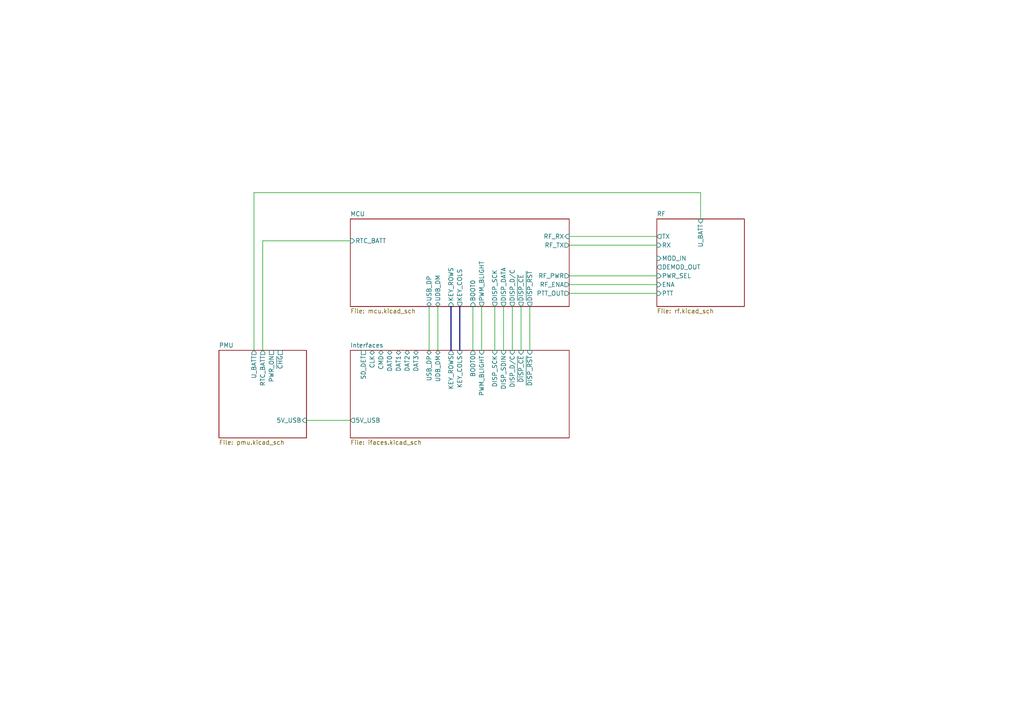
<source format=kicad_sch>
(kicad_sch
	(version 20231120)
	(generator "eeschema")
	(generator_version "8.0")
	(uuid "8d65c5ef-7a02-4454-aee5-ab9c49e4aeab")
	(paper "A4")
	(title_block
		(title "Mainboard replacement for Nokia 3310")
		(date "24-10-2024")
		(rev "Rev A")
		(company "M17 Project")
		(comment 1 "Wojciech Kaczmarski, SP5WWP")
	)
	(lib_symbols)
	(wire
		(pts
			(xy 203.2 55.88) (xy 73.66 55.88)
		)
		(stroke
			(width 0)
			(type default)
		)
		(uuid "0f62a114-41a0-4a96-b801-a2b4eb4615f7")
	)
	(wire
		(pts
			(xy 73.66 55.88) (xy 73.66 101.6)
		)
		(stroke
			(width 0)
			(type default)
		)
		(uuid "12c4903b-bb9f-4953-b71c-35085a84356f")
	)
	(wire
		(pts
			(xy 165.1 71.12) (xy 190.5 71.12)
		)
		(stroke
			(width 0)
			(type default)
		)
		(uuid "2b4e0309-8687-4d6a-87ae-b4258ebf226f")
	)
	(wire
		(pts
			(xy 88.9 121.92) (xy 101.6 121.92)
		)
		(stroke
			(width 0)
			(type default)
		)
		(uuid "4548a9c2-2fd7-461c-8af1-fddf16160b6b")
	)
	(wire
		(pts
			(xy 153.67 88.9) (xy 153.67 101.6)
		)
		(stroke
			(width 0)
			(type default)
		)
		(uuid "59c85416-7532-44ac-bddd-55f091f4e736")
	)
	(wire
		(pts
			(xy 165.1 68.58) (xy 190.5 68.58)
		)
		(stroke
			(width 0)
			(type default)
		)
		(uuid "5add2b37-7ecc-478e-ba9d-bb86dcef6898")
	)
	(wire
		(pts
			(xy 143.51 88.9) (xy 143.51 101.6)
		)
		(stroke
			(width 0)
			(type default)
		)
		(uuid "674664b5-2333-4374-9a97-4240433db9eb")
	)
	(wire
		(pts
			(xy 165.1 85.09) (xy 190.5 85.09)
		)
		(stroke
			(width 0)
			(type default)
		)
		(uuid "68680c63-2efa-46cb-a6c6-10dfbcc15bd1")
	)
	(wire
		(pts
			(xy 165.1 82.55) (xy 190.5 82.55)
		)
		(stroke
			(width 0)
			(type default)
		)
		(uuid "714ef111-68d0-4a9e-a404-2090fd563a0c")
	)
	(wire
		(pts
			(xy 203.2 63.5) (xy 203.2 55.88)
		)
		(stroke
			(width 0)
			(type default)
		)
		(uuid "7a1a3eb6-100a-4d4b-8185-07b542844c3d")
	)
	(wire
		(pts
			(xy 76.2 69.85) (xy 76.2 101.6)
		)
		(stroke
			(width 0)
			(type default)
		)
		(uuid "88174844-e94e-46be-9777-a327fda1b999")
	)
	(bus
		(pts
			(xy 130.81 88.9) (xy 130.81 101.6)
		)
		(stroke
			(width 0)
			(type default)
		)
		(uuid "8af57e93-9f71-4373-b695-46bfb0fabe60")
	)
	(wire
		(pts
			(xy 146.05 88.9) (xy 146.05 101.6)
		)
		(stroke
			(width 0)
			(type default)
		)
		(uuid "92dca804-5d64-444f-921a-631b9582a70b")
	)
	(wire
		(pts
			(xy 148.59 88.9) (xy 148.59 101.6)
		)
		(stroke
			(width 0)
			(type default)
		)
		(uuid "97b0206a-cd27-4a91-a573-bcbc6a2f886e")
	)
	(bus
		(pts
			(xy 133.35 88.9) (xy 133.35 101.6)
		)
		(stroke
			(width 0)
			(type default)
		)
		(uuid "a8f4bf49-8f37-42cc-82de-2eb04c559144")
	)
	(wire
		(pts
			(xy 101.6 69.85) (xy 76.2 69.85)
		)
		(stroke
			(width 0)
			(type default)
		)
		(uuid "baa38d36-8fe2-4bf9-964f-b584d6fd28be")
	)
	(wire
		(pts
			(xy 124.46 88.9) (xy 124.46 101.6)
		)
		(stroke
			(width 0)
			(type default)
		)
		(uuid "be617b00-f95f-4599-9ab6-c55a6ac2650f")
	)
	(wire
		(pts
			(xy 139.7 88.9) (xy 139.7 101.6)
		)
		(stroke
			(width 0)
			(type default)
		)
		(uuid "d1a80dc1-b732-4904-aeee-f80dd632b2ae")
	)
	(wire
		(pts
			(xy 137.16 88.9) (xy 137.16 101.6)
		)
		(stroke
			(width 0)
			(type default)
		)
		(uuid "ded97af9-f59a-401a-b8c7-fd3d526fb758")
	)
	(wire
		(pts
			(xy 165.1 80.01) (xy 190.5 80.01)
		)
		(stroke
			(width 0)
			(type default)
		)
		(uuid "e0ec5c42-8a9f-4e35-ad07-f55c5488b4c6")
	)
	(wire
		(pts
			(xy 127 88.9) (xy 127 101.6)
		)
		(stroke
			(width 0)
			(type default)
		)
		(uuid "f4b08296-1d69-4faa-a852-788135441192")
	)
	(wire
		(pts
			(xy 151.13 88.9) (xy 151.13 101.6)
		)
		(stroke
			(width 0)
			(type default)
		)
		(uuid "f6554661-dd26-486e-b1bd-1efeafff4e9c")
	)
	(sheet
		(at 190.5 63.5)
		(size 25.4 25.4)
		(fields_autoplaced yes)
		(stroke
			(width 0.1524)
			(type solid)
		)
		(fill
			(color 0 0 0 0.0000)
		)
		(uuid "3b860798-5455-4385-a0e7-f7fc9f6a9c55")
		(property "Sheetname" "RF"
			(at 190.5 62.7884 0)
			(effects
				(font
					(size 1.27 1.27)
				)
				(justify left bottom)
			)
		)
		(property "Sheetfile" "rf.kicad_sch"
			(at 190.5 89.4846 0)
			(effects
				(font
					(size 1.27 1.27)
				)
				(justify left top)
			)
		)
		(pin "TX" output
			(at 190.5 68.58 180)
			(effects
				(font
					(size 1.27 1.27)
				)
				(justify left)
			)
			(uuid "41f26616-0a64-4925-991e-f4f6a0a2e722")
		)
		(pin "RX" input
			(at 190.5 71.12 180)
			(effects
				(font
					(size 1.27 1.27)
				)
				(justify left)
			)
			(uuid "76649939-5ae8-40dc-a83e-e961a994bf0e")
		)
		(pin "ENA" input
			(at 190.5 82.55 180)
			(effects
				(font
					(size 1.27 1.27)
				)
				(justify left)
			)
			(uuid "281ce168-f6c0-4810-9427-80239b8b4c44")
		)
		(pin "PTT" input
			(at 190.5 85.09 180)
			(effects
				(font
					(size 1.27 1.27)
				)
				(justify left)
			)
			(uuid "b3088234-861c-45d9-a54b-996af757fbe0")
		)
		(pin "MOD_IN" input
			(at 190.5 74.93 180)
			(effects
				(font
					(size 1.27 1.27)
				)
				(justify left)
			)
			(uuid "2104eddf-7412-48e0-987d-c843566f62d1")
		)
		(pin "U_BATT" input
			(at 203.2 63.5 90)
			(effects
				(font
					(size 1.27 1.27)
				)
				(justify right)
			)
			(uuid "ca330825-e635-40b9-8bd8-47b0bc692a40")
		)
		(pin "PWR_SEL" input
			(at 190.5 80.01 180)
			(effects
				(font
					(size 1.27 1.27)
				)
				(justify left)
			)
			(uuid "46bcbc1d-f8c9-4381-806b-dc9232f07f52")
		)
		(pin "DEMOD_OUT" output
			(at 190.5 77.47 180)
			(effects
				(font
					(size 1.27 1.27)
				)
				(justify left)
			)
			(uuid "8852ddbb-befa-4db8-bdea-e449b0763ec8")
		)
		(instances
			(project "M17_3310"
				(path "/8d65c5ef-7a02-4454-aee5-ab9c49e4aeab"
					(page "3")
				)
			)
		)
	)
	(sheet
		(at 101.6 101.6)
		(size 63.5 25.4)
		(fields_autoplaced yes)
		(stroke
			(width 0.1524)
			(type solid)
		)
		(fill
			(color 0 0 0 0.0000)
		)
		(uuid "56951be9-e7d0-42f1-a860-fb701fde1659")
		(property "Sheetname" "Interfaces"
			(at 101.6 100.8884 0)
			(effects
				(font
					(size 1.27 1.27)
				)
				(justify left bottom)
			)
		)
		(property "Sheetfile" "ifaces.kicad_sch"
			(at 101.6 127.5846 0)
			(effects
				(font
					(size 1.27 1.27)
				)
				(justify left top)
			)
		)
		(pin "USB_DP" bidirectional
			(at 124.46 101.6 90)
			(effects
				(font
					(size 1.27 1.27)
				)
				(justify right)
			)
			(uuid "9789e7c6-bf94-49cd-a329-427015d13901")
		)
		(pin "UDB_DM" bidirectional
			(at 127 101.6 90)
			(effects
				(font
					(size 1.27 1.27)
				)
				(justify right)
			)
			(uuid "4c4a789e-b7f2-4a11-b344-50e2933f218f")
		)
		(pin "5V_USB" output
			(at 101.6 121.92 180)
			(effects
				(font
					(size 1.27 1.27)
				)
				(justify left)
			)
			(uuid "00589aef-3c58-473b-8322-a8366c2fcca7")
		)
		(pin "KEY_COLS" input
			(at 133.35 101.6 90)
			(effects
				(font
					(size 1.27 1.27)
				)
				(justify right)
			)
			(uuid "5d819ac2-9d14-497f-848d-31fdf13cfa13")
		)
		(pin "PWM_BLIGHT" input
			(at 139.7 101.6 90)
			(effects
				(font
					(size 1.27 1.27)
				)
				(justify right)
			)
			(uuid "65e2a287-3cfc-4b08-897b-d3bf7dd697c8")
		)
		(pin "BOOT0" output
			(at 137.16 101.6 90)
			(effects
				(font
					(size 1.27 1.27)
				)
				(justify right)
			)
			(uuid "cd04b3ed-e2e0-4a78-842f-ee656b54d9a4")
		)
		(pin "DAT3" bidirectional
			(at 120.65 101.6 90)
			(effects
				(font
					(size 1.27 1.27)
				)
				(justify right)
			)
			(uuid "04c79ab4-2053-4d39-be1b-d97d001ee443")
		)
		(pin "CLK" bidirectional
			(at 107.95 101.6 90)
			(effects
				(font
					(size 1.27 1.27)
				)
				(justify right)
			)
			(uuid "935e63d4-af53-4969-8cf2-4e7e83eb3e6e")
		)
		(pin "CMD" bidirectional
			(at 110.49 101.6 90)
			(effects
				(font
					(size 1.27 1.27)
				)
				(justify right)
			)
			(uuid "1a444224-035e-411b-9872-583025980354")
		)
		(pin "SD_DET" passive
			(at 105.41 101.6 90)
			(effects
				(font
					(size 1.27 1.27)
				)
				(justify right)
			)
			(uuid "a9b312ad-93ea-4961-9db4-885883df4879")
		)
		(pin "DAT1" bidirectional
			(at 115.57 101.6 90)
			(effects
				(font
					(size 1.27 1.27)
				)
				(justify right)
			)
			(uuid "96d05d5d-5ee1-41ff-aae7-55b766d83246")
		)
		(pin "DAT0" bidirectional
			(at 113.03 101.6 90)
			(effects
				(font
					(size 1.27 1.27)
				)
				(justify right)
			)
			(uuid "f8d06d45-705c-4274-9ae4-09ef00503647")
		)
		(pin "DAT2" bidirectional
			(at 118.11 101.6 90)
			(effects
				(font
					(size 1.27 1.27)
				)
				(justify right)
			)
			(uuid "bb1f265a-6a31-4d03-a12f-de756f60aaa1")
		)
		(pin "KEY_ROWS" output
			(at 130.81 101.6 90)
			(effects
				(font
					(size 1.27 1.27)
				)
				(justify right)
			)
			(uuid "879714b8-c11c-413a-9c25-f6dc6ed1bc4d")
		)
		(pin "DISP_SCK" input
			(at 143.51 101.6 90)
			(effects
				(font
					(size 1.27 1.27)
				)
				(justify right)
			)
			(uuid "40c39ac4-520d-49f1-a163-642678802020")
		)
		(pin "~{DISP_CE}" input
			(at 151.13 101.6 90)
			(effects
				(font
					(size 1.27 1.27)
				)
				(justify right)
			)
			(uuid "81dfa780-0b96-419b-85ed-2df0227dd618")
		)
		(pin "DISP_D{slash}C" input
			(at 148.59 101.6 90)
			(effects
				(font
					(size 1.27 1.27)
				)
				(justify right)
			)
			(uuid "71171234-8dd7-40df-b820-ca4448d6cf0e")
		)
		(pin "DISP_SDIN" input
			(at 146.05 101.6 90)
			(effects
				(font
					(size 1.27 1.27)
				)
				(justify right)
			)
			(uuid "aea500dc-91fb-4469-a1ba-c7a0c7f399de")
		)
		(pin "~{DISP_RST}" input
			(at 153.67 101.6 90)
			(effects
				(font
					(size 1.27 1.27)
				)
				(justify right)
			)
			(uuid "8127707d-e3f9-471b-89d4-5b240475965b")
		)
		(instances
			(project "M17_3310"
				(path "/8d65c5ef-7a02-4454-aee5-ab9c49e4aeab"
					(page "5")
				)
			)
		)
	)
	(sheet
		(at 63.5 101.6)
		(size 25.4 25.4)
		(fields_autoplaced yes)
		(stroke
			(width 0.1524)
			(type solid)
		)
		(fill
			(color 0 0 0 0.0000)
		)
		(uuid "69b4d1b1-805b-4c7a-b583-ffe559937ec6")
		(property "Sheetname" "PMU"
			(at 63.5 100.8884 0)
			(effects
				(font
					(size 1.27 1.27)
				)
				(justify left bottom)
			)
		)
		(property "Sheetfile" "pmu.kicad_sch"
			(at 63.5 127.5846 0)
			(effects
				(font
					(size 1.27 1.27)
				)
				(justify left top)
			)
		)
		(pin "5V_USB" input
			(at 88.9 121.92 0)
			(effects
				(font
					(size 1.27 1.27)
				)
				(justify right)
			)
			(uuid "d03a4366-f721-47ad-bd0c-b514159791b2")
		)
		(pin "U_BATT" output
			(at 73.66 101.6 90)
			(effects
				(font
					(size 1.27 1.27)
				)
				(justify right)
			)
			(uuid "4e171495-ed0b-434c-afc5-2e286cde1353")
		)
		(pin "~{CHG}" passive
			(at 81.28 101.6 90)
			(effects
				(font
					(size 1.27 1.27)
				)
				(justify right)
			)
			(uuid "8afc0547-bdd6-4e68-9261-861e5de37d26")
		)
		(pin "PWR_ON" passive
			(at 78.74 101.6 90)
			(effects
				(font
					(size 1.27 1.27)
				)
				(justify right)
			)
			(uuid "685e6067-7a93-4e64-844d-a6d7efcae335")
		)
		(pin "RTC_BATT" output
			(at 76.2 101.6 90)
			(effects
				(font
					(size 1.27 1.27)
				)
				(justify right)
			)
			(uuid "67e6ddc1-2236-4070-877b-ee201776cc2f")
		)
		(instances
			(project "M17_3310"
				(path "/8d65c5ef-7a02-4454-aee5-ab9c49e4aeab"
					(page "4")
				)
			)
		)
	)
	(sheet
		(at 101.6 63.5)
		(size 63.5 25.4)
		(fields_autoplaced yes)
		(stroke
			(width 0.1524)
			(type solid)
		)
		(fill
			(color 0 0 0 0.0000)
		)
		(uuid "d70e0f3c-6f62-45eb-a17e-0f32c3e4716f")
		(property "Sheetname" "MCU"
			(at 101.6 62.7884 0)
			(effects
				(font
					(size 1.27 1.27)
				)
				(justify left bottom)
			)
		)
		(property "Sheetfile" "mcu.kicad_sch"
			(at 101.6 89.4846 0)
			(effects
				(font
					(size 1.27 1.27)
				)
				(justify left top)
			)
		)
		(pin "RTC_BATT" input
			(at 101.6 69.85 180)
			(effects
				(font
					(size 1.27 1.27)
				)
				(justify left)
			)
			(uuid "366a2bc4-a894-4e6a-bb12-bdfc9deee9e3")
		)
		(pin "UDB_DM" bidirectional
			(at 127 88.9 270)
			(effects
				(font
					(size 1.27 1.27)
				)
				(justify left)
			)
			(uuid "679854a9-23f9-486b-b850-c59ecac41a85")
		)
		(pin "USB_DP" bidirectional
			(at 124.46 88.9 270)
			(effects
				(font
					(size 1.27 1.27)
				)
				(justify left)
			)
			(uuid "2a62f651-0229-41c0-ad82-197505159012")
		)
		(pin "RF_RX" input
			(at 165.1 68.58 0)
			(effects
				(font
					(size 1.27 1.27)
				)
				(justify right)
			)
			(uuid "09c6d759-9d95-43b0-b00c-fc134c163021")
		)
		(pin "RF_TX" output
			(at 165.1 71.12 0)
			(effects
				(font
					(size 1.27 1.27)
				)
				(justify right)
			)
			(uuid "080acd0f-a17a-48e7-9751-77364a09562e")
		)
		(pin "BOOT0" input
			(at 137.16 88.9 270)
			(effects
				(font
					(size 1.27 1.27)
				)
				(justify left)
			)
			(uuid "b9e3f6fc-1d36-48ff-9893-f751ff91d91b")
		)
		(pin "PTT_OUT" output
			(at 165.1 85.09 0)
			(effects
				(font
					(size 1.27 1.27)
				)
				(justify right)
			)
			(uuid "635ed039-c0cd-4962-bdd4-16bc5c3adfd1")
		)
		(pin "RF_ENA" output
			(at 165.1 82.55 0)
			(effects
				(font
					(size 1.27 1.27)
				)
				(justify right)
			)
			(uuid "c02ce9df-3c4e-446b-9a37-a610ebc563a0")
		)
		(pin "RF_PWR" output
			(at 165.1 80.01 0)
			(effects
				(font
					(size 1.27 1.27)
				)
				(justify right)
			)
			(uuid "f783b5ef-eca7-4ba3-8872-a4bf40c66133")
		)
		(pin "KEY_ROWS" input
			(at 130.81 88.9 270)
			(effects
				(font
					(size 1.27 1.27)
				)
				(justify left)
			)
			(uuid "46967787-64bf-4ce9-9f36-a02eae30e1a7")
		)
		(pin "KEY_COLS" output
			(at 133.35 88.9 270)
			(effects
				(font
					(size 1.27 1.27)
				)
				(justify left)
			)
			(uuid "23c5650f-e02e-4f84-b534-307a7633835c")
		)
		(pin "PWM_BLIGHT" output
			(at 139.7 88.9 270)
			(effects
				(font
					(size 1.27 1.27)
				)
				(justify left)
			)
			(uuid "c3a6960e-fda5-4a82-a074-52fbea51c692")
		)
		(pin "DISP_SCK" output
			(at 143.51 88.9 270)
			(effects
				(font
					(size 1.27 1.27)
				)
				(justify left)
			)
			(uuid "d53c75bd-02ba-4979-95bb-ff999200ab14")
		)
		(pin "DISP_DATA" output
			(at 146.05 88.9 270)
			(effects
				(font
					(size 1.27 1.27)
				)
				(justify left)
			)
			(uuid "23b58939-ca20-4784-a144-32ce03952991")
		)
		(pin "DISP_D{slash}C" output
			(at 148.59 88.9 270)
			(effects
				(font
					(size 1.27 1.27)
				)
				(justify left)
			)
			(uuid "b88391c5-5eb3-44e4-a266-24a709f5ed86")
		)
		(pin "~{DISP_RST}" output
			(at 153.67 88.9 270)
			(effects
				(font
					(size 1.27 1.27)
				)
				(justify left)
			)
			(uuid "e242de03-d6c8-4b1c-89a1-f17d8b3b4f31")
		)
		(pin "~{DISP_CE}" output
			(at 151.13 88.9 270)
			(effects
				(font
					(size 1.27 1.27)
				)
				(justify left)
			)
			(uuid "850275d6-d77e-4c9a-9c7f-8979651e1615")
		)
		(instances
			(project "M17_3310"
				(path "/8d65c5ef-7a02-4454-aee5-ab9c49e4aeab"
					(page "2")
				)
			)
		)
	)
	(sheet_instances
		(path "/"
			(page "1")
		)
	)
)

</source>
